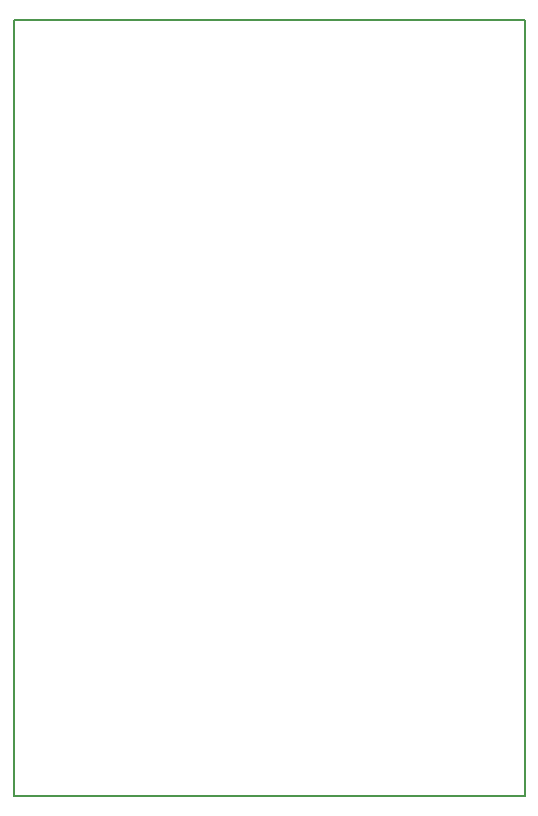
<source format=gbr>
%FSLAX34Y34*%
%MOMM*%
%LNOUTLINE*%
G71*
G01*
%ADD10C, 0.15*%
%LPD*%
G54D10*
X432594Y-656431D02*
X0Y-656431D01*
X0Y0D01*
X432594Y0D01*
X432594Y-656431D01*
M02*

</source>
